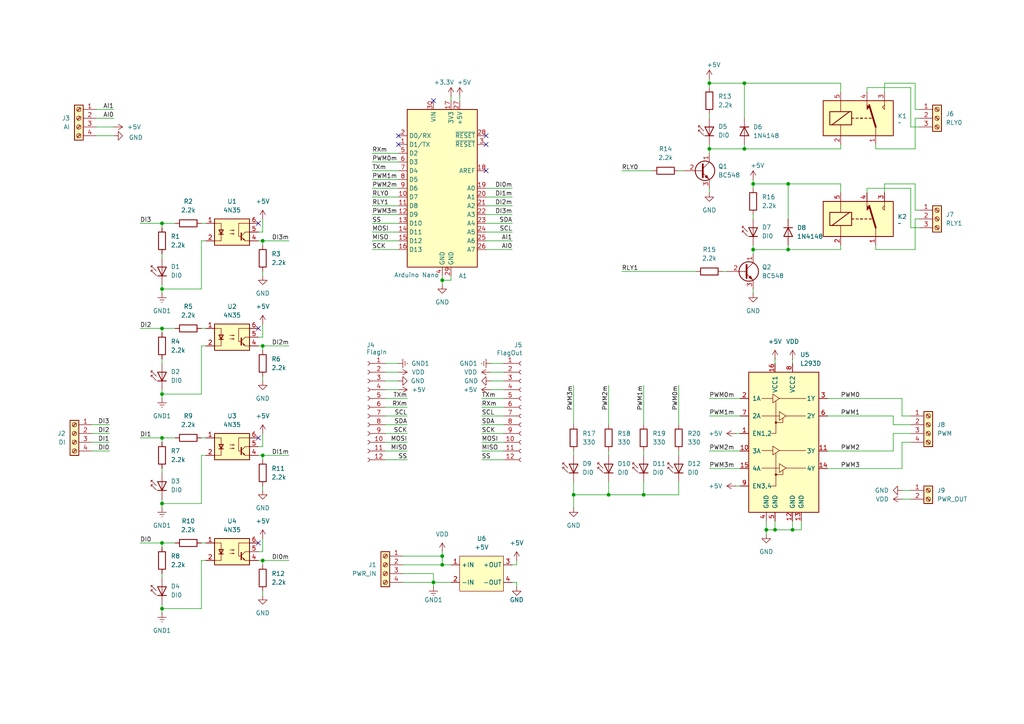
<source format=kicad_sch>
(kicad_sch (version 20231120) (generator "eeschema") (generator_version "8.0")
  (paper "A4")
  (junction (at 218.44 53.34))
  (junction (at 46.99 64.77))
  (junction (at 46.99 95.25))
  (junction (at 215.9 43.18))
  (junction (at 176.53 143.51))
  (junction (at 128.27 161.29))
  (junction (at 46.99 176.53))
  (junction (at 76.2 100.33))
  (junction (at 128.27 81.28))
  (junction (at 46.99 157.48))
  (junction (at 218.44 72.39))
  (junction (at 228.6 53.34))
  (junction (at 215.9 24.13))
  (junction (at 46.99 127))
  (junction (at 76.2 132.08))
  (junction (at 46.99 146.05))
  (junction (at 76.2 69.85))
  (junction (at 76.2 162.56))
  (junction (at 46.99 83.82))
  (junction (at 205.74 24.13))
  (junction (at 128.27 163.83))
  (junction (at 229.87 153.67))
  (junction (at 125.73 168.91))
  (junction (at 166.37 143.51))
  (junction (at 205.74 43.18))
  (junction (at 224.79 153.67))
  (junction (at 186.69 143.51))
  (junction (at 222.25 153.67))
  (junction (at 228.6 72.39))
  (junction (at 46.99 114.3))
  (no_connect (at 74.93 127))
  (no_connect (at 115.57 41.91))
  (no_connect (at 115.57 39.37))
  (no_connect (at 140.97 41.91))
  (no_connect (at 74.93 95.25))
  (no_connect (at 74.93 157.48))
  (no_connect (at 140.97 39.37))
  (no_connect (at 140.97 49.53))
  (no_connect (at 125.73 29.21))
  (no_connect (at 74.93 64.77))
  (wire (pts (xy 46.99 95.25) (xy 46.99 96.52)))
  (wire (pts (xy 33.02 39.37) (xy 27.94 39.37)))
  (wire (pts (xy 205.74 41.91) (xy 205.74 43.18)))
  (wire (pts (xy 224.79 104.14) (xy 224.79 105.41)))
  (wire (pts (xy 58.42 69.85) (xy 58.42 83.82)))
  (wire (pts (xy 196.85 139.7) (xy 196.85 143.51)))
  (wire (pts (xy 224.79 151.13) (xy 224.79 153.67)))
  (wire (pts (xy 111.76 125.73) (xy 118.11 125.73)))
  (wire (pts (xy 111.76 105.41) (xy 115.57 105.41)))
  (wire (pts (xy 74.93 100.33) (xy 76.2 100.33)))
  (wire (pts (xy 50.8 64.77) (xy 46.99 64.77)))
  (wire (pts (xy 128.27 163.83) (xy 130.81 163.83)))
  (wire (pts (xy 213.36 140.97) (xy 214.63 140.97)))
  (wire (pts (xy 228.6 71.12) (xy 228.6 72.39)))
  (wire (pts (xy 205.74 43.18) (xy 205.74 44.45)))
  (wire (pts (xy 74.93 69.85) (xy 76.2 69.85)))
  (wire (pts (xy 46.99 64.77) (xy 46.99 66.04)))
  (wire (pts (xy 261.62 128.27) (xy 264.16 128.27)))
  (wire (pts (xy 256.54 53.34) (xy 256.54 55.88)))
  (wire (pts (xy 58.42 127) (xy 59.69 127)))
  (wire (pts (xy 59.69 100.33) (xy 58.42 100.33)))
  (wire (pts (xy 228.6 53.34) (xy 243.84 53.34)))
  (wire (pts (xy 209.55 78.74) (xy 210.82 78.74)))
  (wire (pts (xy 149.86 162.56) (xy 149.86 163.83)))
  (wire (pts (xy 76.2 132.08) (xy 83.82 132.08)))
  (wire (pts (xy 213.36 125.73) (xy 214.63 125.73)))
  (wire (pts (xy 50.8 127) (xy 46.99 127)))
  (wire (pts (xy 222.25 153.67) (xy 222.25 151.13)))
  (wire (pts (xy 229.87 104.14) (xy 229.87 105.41)))
  (wire (pts (xy 218.44 72.39) (xy 218.44 73.66)))
  (wire (pts (xy 46.99 127) (xy 46.99 128.27)))
  (wire (pts (xy 261.62 144.78) (xy 264.16 144.78)))
  (wire (pts (xy 215.9 24.13) (xy 243.84 24.13)))
  (wire (pts (xy 74.93 129.54) (xy 76.2 129.54)))
  (wire (pts (xy 146.05 120.65) (xy 139.7 120.65)))
  (wire (pts (xy 107.95 49.53) (xy 115.57 49.53)))
  (wire (pts (xy 140.97 57.15) (xy 148.59 57.15)))
  (wire (pts (xy 27.94 34.29) (xy 33.02 34.29)))
  (wire (pts (xy 74.93 162.56) (xy 76.2 162.56)))
  (wire (pts (xy 218.44 53.34) (xy 218.44 54.61)))
  (wire (pts (xy 111.76 115.57) (xy 118.11 115.57)))
  (wire (pts (xy 196.85 130.81) (xy 196.85 132.08)))
  (wire (pts (xy 140.97 72.39) (xy 148.59 72.39)))
  (wire (pts (xy 265.43 31.75) (xy 265.43 24.13)))
  (wire (pts (xy 58.42 146.05) (xy 46.99 146.05)))
  (wire (pts (xy 259.08 125.73) (xy 259.08 130.81)))
  (wire (pts (xy 146.05 133.35) (xy 139.7 133.35)))
  (wire (pts (xy 125.73 166.37) (xy 125.73 168.91)))
  (wire (pts (xy 205.74 33.02) (xy 205.74 34.29)))
  (wire (pts (xy 266.7 34.29) (xy 265.43 34.29)))
  (wire (pts (xy 50.8 95.25) (xy 46.99 95.25)))
  (wire (pts (xy 146.05 110.49) (xy 142.24 110.49)))
  (wire (pts (xy 111.76 107.95) (xy 115.57 107.95)))
  (wire (pts (xy 40.64 127) (xy 46.99 127)))
  (wire (pts (xy 140.97 69.85) (xy 148.59 69.85)))
  (wire (pts (xy 243.84 26.67) (xy 243.84 24.13)))
  (wire (pts (xy 111.76 133.35) (xy 118.11 133.35)))
  (wire (pts (xy 259.08 120.65) (xy 259.08 123.19)))
  (wire (pts (xy 125.73 168.91) (xy 125.73 170.18)))
  (wire (pts (xy 116.84 161.29) (xy 128.27 161.29)))
  (wire (pts (xy 176.53 130.81) (xy 176.53 132.08)))
  (wire (pts (xy 46.99 176.53) (xy 46.99 177.8)))
  (wire (pts (xy 224.79 153.67) (xy 229.87 153.67)))
  (wire (pts (xy 251.46 54.61) (xy 264.16 54.61)))
  (wire (pts (xy 58.42 157.48) (xy 59.69 157.48)))
  (wire (pts (xy 251.46 54.61) (xy 251.46 55.88)))
  (wire (pts (xy 146.05 118.11) (xy 139.7 118.11)))
  (wire (pts (xy 26.67 123.19) (xy 31.75 123.19)))
  (wire (pts (xy 76.2 100.33) (xy 83.82 100.33)))
  (wire (pts (xy 215.9 34.29) (xy 215.9 24.13)))
  (wire (pts (xy 76.2 171.45) (xy 76.2 172.72)))
  (wire (pts (xy 146.05 115.57) (xy 139.7 115.57)))
  (wire (pts (xy 256.54 24.13) (xy 256.54 26.67)))
  (wire (pts (xy 266.7 66.04) (xy 264.16 66.04)))
  (wire (pts (xy 107.95 54.61) (xy 115.57 54.61)))
  (wire (pts (xy 107.95 67.31) (xy 115.57 67.31)))
  (wire (pts (xy 228.6 53.34) (xy 218.44 53.34)))
  (wire (pts (xy 229.87 153.67) (xy 232.41 153.67)))
  (wire (pts (xy 146.05 113.03) (xy 142.24 113.03)))
  (wire (pts (xy 128.27 160.02) (xy 128.27 161.29)))
  (wire (pts (xy 222.25 153.67) (xy 224.79 153.67)))
  (wire (pts (xy 74.93 160.02) (xy 76.2 160.02)))
  (wire (pts (xy 166.37 111.76) (xy 166.37 123.19)))
  (wire (pts (xy 107.95 52.07) (xy 115.57 52.07)))
  (wire (pts (xy 243.84 41.91) (xy 243.84 43.18)))
  (wire (pts (xy 58.42 83.82) (xy 46.99 83.82)))
  (wire (pts (xy 58.42 95.25) (xy 59.69 95.25)))
  (wire (pts (xy 259.08 123.19) (xy 264.16 123.19)))
  (wire (pts (xy 46.99 114.3) (xy 46.99 115.57)))
  (wire (pts (xy 33.02 36.83) (xy 27.94 36.83)))
  (wire (pts (xy 229.87 151.13) (xy 229.87 153.67)))
  (wire (pts (xy 133.35 27.94) (xy 133.35 29.21)))
  (wire (pts (xy 140.97 59.69) (xy 148.59 59.69)))
  (wire (pts (xy 149.86 168.91) (xy 149.86 170.18)))
  (wire (pts (xy 240.03 120.65) (xy 259.08 120.65)))
  (wire (pts (xy 196.85 111.76) (xy 196.85 123.19)))
  (wire (pts (xy 218.44 52.07) (xy 218.44 53.34)))
  (wire (pts (xy 40.64 157.48) (xy 46.99 157.48)))
  (wire (pts (xy 205.74 130.81) (xy 214.63 130.81)))
  (wire (pts (xy 76.2 132.08) (xy 76.2 133.35)))
  (wire (pts (xy 180.34 49.53) (xy 189.23 49.53)))
  (wire (pts (xy 76.2 78.74) (xy 76.2 80.01)))
  (wire (pts (xy 116.84 163.83) (xy 128.27 163.83)))
  (wire (pts (xy 59.69 132.08) (xy 58.42 132.08)))
  (wire (pts (xy 265.43 72.39) (xy 254 72.39)))
  (wire (pts (xy 125.73 168.91) (xy 130.81 168.91)))
  (wire (pts (xy 46.99 166.37) (xy 46.99 167.64)))
  (wire (pts (xy 76.2 162.56) (xy 76.2 163.83)))
  (wire (pts (xy 111.76 123.19) (xy 118.11 123.19)))
  (wire (pts (xy 266.7 36.83) (xy 264.16 36.83)))
  (wire (pts (xy 205.74 120.65) (xy 214.63 120.65)))
  (wire (pts (xy 58.42 114.3) (xy 46.99 114.3)))
  (wire (pts (xy 74.93 97.79) (xy 76.2 97.79)))
  (wire (pts (xy 59.69 162.56) (xy 58.42 162.56)))
  (wire (pts (xy 146.05 130.81) (xy 139.7 130.81)))
  (wire (pts (xy 46.99 175.26) (xy 46.99 176.53)))
  (wire (pts (xy 111.76 110.49) (xy 115.57 110.49)))
  (wire (pts (xy 240.03 115.57) (xy 261.62 115.57)))
  (wire (pts (xy 215.9 24.13) (xy 205.74 24.13)))
  (wire (pts (xy 146.05 105.41) (xy 142.24 105.41)))
  (wire (pts (xy 58.42 132.08) (xy 58.42 146.05)))
  (wire (pts (xy 243.84 72.39) (xy 228.6 72.39)))
  (wire (pts (xy 107.95 59.69) (xy 115.57 59.69)))
  (wire (pts (xy 196.85 49.53) (xy 198.12 49.53)))
  (wire (pts (xy 46.99 176.53) (xy 58.42 176.53)))
  (wire (pts (xy 218.44 83.82) (xy 218.44 85.09)))
  (wire (pts (xy 46.99 146.05) (xy 46.99 147.32)))
  (wire (pts (xy 128.27 80.01) (xy 128.27 81.28)))
  (wire (pts (xy 107.95 44.45) (xy 115.57 44.45)))
  (wire (pts (xy 76.2 109.22) (xy 76.2 110.49)))
  (wire (pts (xy 46.99 135.89) (xy 46.99 137.16)))
  (wire (pts (xy 166.37 143.51) (xy 176.53 143.51)))
  (wire (pts (xy 46.99 144.78) (xy 46.99 146.05)))
  (wire (pts (xy 58.42 64.77) (xy 59.69 64.77)))
  (wire (pts (xy 26.67 128.27) (xy 31.75 128.27)))
  (wire (pts (xy 116.84 168.91) (xy 125.73 168.91)))
  (wire (pts (xy 218.44 72.39) (xy 228.6 72.39)))
  (wire (pts (xy 46.99 157.48) (xy 46.99 158.75)))
  (wire (pts (xy 46.99 83.82) (xy 46.99 85.09)))
  (wire (pts (xy 76.2 69.85) (xy 83.82 69.85)))
  (wire (pts (xy 265.43 43.18) (xy 254 43.18)))
  (wire (pts (xy 264.16 54.61) (xy 264.16 66.04)))
  (wire (pts (xy 26.67 130.81) (xy 31.75 130.81)))
  (wire (pts (xy 186.69 130.81) (xy 186.69 132.08)))
  (wire (pts (xy 186.69 143.51) (xy 196.85 143.51)))
  (wire (pts (xy 205.74 24.13) (xy 205.74 25.4)))
  (wire (pts (xy 261.62 135.89) (xy 261.62 128.27)))
  (wire (pts (xy 265.43 63.5) (xy 265.43 72.39)))
  (wire (pts (xy 166.37 130.81) (xy 166.37 132.08)))
  (wire (pts (xy 205.74 54.61) (xy 205.74 55.88)))
  (wire (pts (xy 166.37 143.51) (xy 166.37 147.32)))
  (wire (pts (xy 266.7 31.75) (xy 265.43 31.75)))
  (wire (pts (xy 254 71.12) (xy 254 72.39)))
  (wire (pts (xy 111.76 120.65) (xy 118.11 120.65)))
  (wire (pts (xy 176.53 111.76) (xy 176.53 123.19)))
  (wire (pts (xy 111.76 118.11) (xy 118.11 118.11)))
  (wire (pts (xy 107.95 72.39) (xy 115.57 72.39)))
  (wire (pts (xy 76.2 63.5) (xy 76.2 67.31)))
  (wire (pts (xy 59.69 69.85) (xy 58.42 69.85)))
  (wire (pts (xy 215.9 41.91) (xy 215.9 43.18)))
  (wire (pts (xy 243.84 71.12) (xy 243.84 72.39)))
  (wire (pts (xy 111.76 113.03) (xy 115.57 113.03)))
  (wire (pts (xy 46.99 113.03) (xy 46.99 114.3)))
  (wire (pts (xy 50.8 157.48) (xy 46.99 157.48)))
  (wire (pts (xy 240.03 130.81) (xy 259.08 130.81)))
  (wire (pts (xy 128.27 161.29) (xy 128.27 163.83)))
  (wire (pts (xy 130.81 27.94) (xy 130.81 29.21)))
  (wire (pts (xy 128.27 81.28) (xy 128.27 82.55)))
  (wire (pts (xy 180.34 78.74) (xy 201.93 78.74)))
  (wire (pts (xy 58.42 100.33) (xy 58.42 114.3)))
  (wire (pts (xy 74.93 132.08) (xy 76.2 132.08)))
  (wire (pts (xy 107.95 64.77) (xy 115.57 64.77)))
  (wire (pts (xy 46.99 82.55) (xy 46.99 83.82)))
  (wire (pts (xy 265.43 60.96) (xy 265.43 53.34)))
  (wire (pts (xy 148.59 168.91) (xy 149.86 168.91)))
  (wire (pts (xy 146.05 107.95) (xy 142.24 107.95)))
  (wire (pts (xy 146.05 128.27) (xy 139.7 128.27)))
  (wire (pts (xy 166.37 139.7) (xy 166.37 143.51)))
  (wire (pts (xy 140.97 54.61) (xy 148.59 54.61)))
  (wire (pts (xy 76.2 162.56) (xy 83.82 162.56)))
  (wire (pts (xy 266.7 63.5) (xy 265.43 63.5)))
  (wire (pts (xy 40.64 95.25) (xy 46.99 95.25)))
  (wire (pts (xy 58.42 162.56) (xy 58.42 176.53)))
  (wire (pts (xy 74.93 67.31) (xy 76.2 67.31)))
  (wire (pts (xy 186.69 139.7) (xy 186.69 143.51)))
  (wire (pts (xy 205.74 135.89) (xy 214.63 135.89)))
  (wire (pts (xy 228.6 63.5) (xy 228.6 53.34)))
  (wire (pts (xy 256.54 53.34) (xy 265.43 53.34)))
  (wire (pts (xy 146.05 125.73) (xy 139.7 125.73)))
  (wire (pts (xy 140.97 62.23) (xy 148.59 62.23)))
  (wire (pts (xy 218.44 71.12) (xy 218.44 72.39)))
  (wire (pts (xy 264.16 125.73) (xy 259.08 125.73)))
  (wire (pts (xy 256.54 24.13) (xy 265.43 24.13)))
  (wire (pts (xy 186.69 111.76) (xy 186.69 123.19)))
  (wire (pts (xy 76.2 100.33) (xy 76.2 101.6)))
  (wire (pts (xy 76.2 140.97) (xy 76.2 142.24)))
  (wire (pts (xy 128.27 81.28) (xy 130.81 81.28)))
  (wire (pts (xy 205.74 115.57) (xy 214.63 115.57)))
  (wire (pts (xy 46.99 104.14) (xy 46.99 105.41)))
  (wire (pts (xy 130.81 80.01) (xy 130.81 81.28)))
  (wire (pts (xy 265.43 34.29) (xy 265.43 43.18)))
  (wire (pts (xy 240.03 135.89) (xy 261.62 135.89)))
  (wire (pts (xy 261.62 120.65) (xy 261.62 115.57)))
  (wire (pts (xy 107.95 46.99) (xy 115.57 46.99)))
  (wire (pts (xy 264.16 120.65) (xy 261.62 120.65)))
  (wire (pts (xy 266.7 60.96) (xy 265.43 60.96)))
  (wire (pts (xy 176.53 143.51) (xy 186.69 143.51)))
  (wire (pts (xy 76.2 156.21) (xy 76.2 160.02)))
  (wire (pts (xy 232.41 151.13) (xy 232.41 153.67)))
  (wire (pts (xy 111.76 130.81) (xy 118.11 130.81)))
  (wire (pts (xy 140.97 64.77) (xy 148.59 64.77)))
  (wire (pts (xy 146.05 123.19) (xy 139.7 123.19)))
  (wire (pts (xy 76.2 97.79) (xy 76.2 93.98)))
  (wire (pts (xy 261.62 142.24) (xy 264.16 142.24)))
  (wire (pts (xy 26.67 125.73) (xy 31.75 125.73)))
  (wire (pts (xy 205.74 43.18) (xy 215.9 43.18)))
  (wire (pts (xy 243.84 55.88) (xy 243.84 53.34)))
  (wire (pts (xy 215.9 43.18) (xy 243.84 43.18)))
  (wire (pts (xy 107.95 69.85) (xy 115.57 69.85)))
  (wire (pts (xy 107.95 62.23) (xy 115.57 62.23)))
  (wire (pts (xy 107.95 57.15) (xy 115.57 57.15)))
  (wire (pts (xy 218.44 62.23) (xy 218.44 63.5)))
  (wire (pts (xy 116.84 166.37) (xy 125.73 166.37)))
  (wire (pts (xy 76.2 69.85) (xy 76.2 71.12)))
  (wire (pts (xy 264.16 25.4) (xy 264.16 36.83)))
  (wire (pts (xy 46.99 73.66) (xy 46.99 74.93)))
  (wire (pts (xy 111.76 128.27) (xy 118.11 128.27)))
  (wire (pts (xy 27.94 31.75) (xy 33.02 31.75)))
  (wire (pts (xy 205.74 22.86) (xy 205.74 24.13)))
  (wire (pts (xy 251.46 25.4) (xy 251.46 26.67)))
  (wire (pts (xy 76.2 125.73) (xy 76.2 129.54)))
  (wire (pts (xy 222.25 154.94) (xy 222.25 153.67)))
  (wire (pts (xy 176.53 139.7) (xy 176.53 143.51)))
  (wire (pts (xy 254 41.91) (xy 254 43.18)))
  (wire (pts (xy 40.64 64.77) (xy 46.99 64.77)))
  (wire (pts (xy 140.97 67.31) (xy 148.59 67.31)))
  (wire (pts (xy 148.59 163.83) (xy 149.86 163.83)))
  (wire (pts (xy 251.46 25.4) (xy 264.16 25.4)))
  (label "PWM2m" (at 205.74 130.81 0))
  (label "MOSI" (at 107.95 67.31 0))
  (label "RXm" (at 139.7 118.11 0))
  (label "RXm" (at 118.11 118.11 180))
  (label "PWM3m" (at 107.95 62.23 0))
  (label "SDA" (at 148.59 64.77 180))
  (label "PWM0m" (at 107.95 46.99 0))
  (label "PWM1" (at 243.84 120.65 0))
  (label "PWM2m" (at 107.95 54.61 0))
  (label "SCL" (at 139.7 120.65 0))
  (label "AI0" (at 33.02 34.29 180))
  (label "AI1" (at 33.02 31.75 180))
  (label "SS" (at 107.95 64.77 0))
  (label "PWM2m" (at 176.53 111.76 270))
  (label "SCL" (at 118.11 120.65 180))
  (label "SCK" (at 139.7 125.73 0))
  (label "PWM0m" (at 205.74 115.57 0))
  (label "DI3" (at 40.64 64.77 0))
  (label "DI3m" (at 148.59 62.23 180))
  (label "PWM3m" (at 205.74 135.89 0))
  (label "PWM3m" (at 166.37 111.76 270))
  (label "DI3" (at 31.75 123.19 180))
  (label "TXm" (at 139.7 115.57 0))
  (label "PWM2" (at 243.84 130.81 0))
  (label "PWM0m" (at 196.85 111.76 270))
  (label "TXm" (at 118.11 115.57 180))
  (label "SCL" (at 148.59 67.31 180))
  (label "MOSI" (at 118.11 128.27 180))
  (label "MISO" (at 118.11 130.81 180))
  (label "DI1" (at 31.75 128.27 180))
  (label "DI0m" (at 148.59 54.61 180))
  (label "RLY1" (at 107.95 59.69 0))
  (label "SDA" (at 118.11 123.19 180))
  (label "SCK" (at 118.11 125.73 180))
  (label "TXm" (at 107.95 49.53 0))
  (label "DI0" (at 40.64 157.48 0))
  (label "PWM1m" (at 186.69 111.76 270))
  (label "RLY0" (at 180.34 49.53 0))
  (label "SS" (at 118.11 133.35 180))
  (label "PWM0" (at 243.84 115.57 0))
  (label "DI2" (at 31.75 125.73 180))
  (label "PWM1m" (at 205.74 120.65 0))
  (label "DI2m" (at 83.82 100.33 180))
  (label "MISO" (at 139.7 130.81 0))
  (label "DI1" (at 40.64 127 0))
  (label "DI2m" (at 148.59 59.69 180))
  (label "RLY1" (at 180.34 78.74 0))
  (label "RXm" (at 107.95 44.45 0))
  (label "DI0" (at 31.75 130.81 180))
  (label "DI2" (at 40.64 95.25 0))
  (label "RLY0" (at 107.95 57.15 0))
  (label "MOSI" (at 139.7 128.27 0))
  (label "PWM3" (at 243.84 135.89 0))
  (label "AI1" (at 148.59 69.85 180))
  (label "SS" (at 139.7 133.35 0))
  (label "DI3m" (at 83.82 69.85 180))
  (label "DI0m" (at 83.82 162.56 180))
  (label "DI1m" (at 83.82 132.08 180))
  (label "SCK" (at 107.95 72.39 0))
  (label "PWM1m" (at 107.95 52.07 0))
  (label "AI0" (at 148.59 72.39 180))
  (label "DI1m" (at 148.59 57.15 180))
  (label "MISO" (at 107.95 69.85 0))
  (label "SDA" (at 139.7 123.19 0))
  (symbol (lib_id "power:+5V") (at 133.35 27.94 0) (unit 1)
    (property "Reference" "#PWR019" (effects (hide yes)))
    (property "Value" "+5V" (at 134.62 23.876 0))
    (property "Description" "Power symbol creates a global label with name \"+5V\"" (effects (hide yes)))
  )
  (symbol (lib_id "power:Earth") (at 46.99 177.8 0) (unit 1)
    (property "Reference" "#PWR012" (effects (hide yes)))
    (property "Value" "GND1" (at 46.99 182.88 0))
    (property "Description" "Power symbol creates a global label with name \"Earth\"" (effects (hide yes)))
  )
  (symbol (lib_id "power:+5V") (at 213.36 125.73 90) (unit 1)
    (property "Reference" "#PWR034" (effects (hide yes)))
    (property "Value" "+5V" (at 209.55 125.7299 90) (effects (justify left)))
    (property "Description" "Power symbol creates a global label with name \"+5V\"" (effects (hide yes)))
  )
  (symbol (lib_id "LED:IR204A") (at 205.74 36.83 90) (unit 1)
    (property "Reference" "D5" (at 208.28 36.7029 90) (effects (justify right)))
    (property "Value" "DI0" (at 208.28 39.2429 90) (effects (justify right)))
    (property "Footprint" "LED_THT:LED_D3.0mm_IRBlack" (effects (hide yes)))
    (property "Datasheet" "http://www.everlight.com/file/ProductFile/IR204-A.pdf" (effects (hide yes)))
    (property "Description" "Infrared LED , 3mm LED package" (effects (hide yes)))
  )
  (symbol (lib_id "power:GND") (at 218.44 85.09 0) (unit 1)
    (property "Reference" "#PWR033" (effects (hide yes)))
    (property "Value" "GND" (at 218.44 90.17 0))
    (property "Description" "Power symbol creates a global label with name \"GND\" , ground" (effects (hide yes)))
  )
  (symbol (lib_id "Transistor_BJT:BC548") (at 215.9 78.74 0) (unit 1)
    (property "Reference" "Q2" (at 220.98 77.4699 0) (effects (justify left)))
    (property "Value" "BC548" (at 220.98 80.0099 0) (effects (justify left)))
    (property "Footprint" "Package_TO_SOT_THT:TO-92L_Inline_Wide" (effects (hide yes)))
    (property "Datasheet" "https://www.onsemi.com/pub/Collateral/BC550-D.pdf" (effects (hide yes)))
    (property "Description" "0.1A Ic, 30V Vce, Small Signal NPN Transistor, TO-92" (effects (hide yes)))
  )
  (symbol (lib_id "Isolator:4N35") (at 67.31 129.54 0) (unit 1)
    (property "Reference" "U3" (at 67.31 120.65 0))
    (property "Value" "4N35" (at 67.31 123.19 0))
    (property "Footprint" "Package_DIP:DIP-6_W7.62mm_LongPads" (effects (hide yes)))
    (property "Datasheet" "https://www.vishay.com/docs/81181/4n35.pdf" (effects (hide yes)))
    (property "Description" "Optocoupler, Phototransistor Output, with Base Connection, Vce 70V, CTR 100%, Viso 5000V, DIP6" (effects (hide yes)))
  )
  (symbol (lib_id "Device:R") (at 196.85 127 180) (unit 1)
    (property "Reference" "R20" (at 199.39 125.7299 0) (effects (justify right)))
    (property "Value" "330" (at 199.39 128.2699 0) (effects (justify right)))
    (property "Footprint" "Resistor_THT:R_Axial_DIN0207_L6.3mm_D2.5mm_P7.62mm_Horizontal" (effects (hide yes)))
    (property "Description" "Resistor" (effects (hide yes)))
  )
  (symbol (lib_id "power:VDD") (at 115.57 107.95 270) (unit 1)
    (property "Reference" "#PWR021" (effects (hide yes)))
    (property "Value" "VDD" (at 119.38 107.9499 90) (effects (justify left)))
    (property "Description" "Power symbol creates a global label with name \"VDD\"" (effects (hide yes)))
  )
  (symbol (lib_id "LED:IR204A") (at 46.99 107.95 90) (unit 1)
    (property "Reference" "D2" (at 49.53 107.8229 90) (effects (justify right)))
    (property "Value" "DI0" (at 49.53 110.3629 90) (effects (justify right)))
    (property "Footprint" "LED_THT:LED_D3.0mm_IRBlack" (effects (hide yes)))
    (property "Datasheet" "http://www.everlight.com/file/ProductFile/IR204-A.pdf" (effects (hide yes)))
    (property "Description" "Infrared LED , 3mm LED package" (effects (hide yes)))
  )
  (symbol (lib_id "Isolator:4N35") (at 67.31 160.02 0) (unit 1)
    (property "Reference" "U4" (at 67.31 151.13 0))
    (property "Value" "4N35" (at 67.31 153.67 0))
    (property "Footprint" "Package_DIP:DIP-6_W7.62mm_LongPads" (effects (hide yes)))
    (property "Datasheet" "https://www.vishay.com/docs/81181/4n35.pdf" (effects (hide yes)))
    (property "Description" "Optocoupler, Phototransistor Output, with Base Connection, Vce 70V, CTR 100%, Viso 5000V, DIP6" (effects (hide yes)))
  )
  (symbol (lib_id "Device:R") (at 54.61 95.25 90) (unit 1)
    (property "Reference" "R5" (at 54.61 88.9 90))
    (property "Value" "2.2k" (at 54.61 91.44 90))
    (property "Footprint" "Resistor_THT:R_Axial_DIN0207_L6.3mm_D2.5mm_P7.62mm_Horizontal" (effects (hide yes)))
    (property "Description" "Resistor" (effects (hide yes)))
  )
  (symbol (lib_id "power:VDD") (at 229.87 104.14 0) (unit 1)
    (property "Reference" "#PWR037" (effects (hide yes)))
    (property "Value" "VDD" (at 229.87 99.06 0))
    (property "Description" "Power symbol creates a global label with name \"VDD\"" (effects (hide yes)))
  )
  (symbol (lib_id "power:+3.3V") (at 130.81 27.94 0) (unit 1)
    (property "Reference" "#PWR020" (effects (hide yes)))
    (property "Value" "+3.3V" (at 128.778 23.876 0))
    (property "Description" "Power symbol creates a global label with name \"+3.3V\"" (effects (hide yes)))
  )
  (symbol (lib_id "Device:R") (at 46.99 132.08 0) (unit 1)
    (property "Reference" "R7" (at 49.53 130.8099 0) (effects (justify left)))
    (property "Value" "2.2k" (at 49.53 133.3499 0) (effects (justify left)))
    (property "Footprint" "Resistor_THT:R_Axial_DIN0207_L6.3mm_D2.5mm_P7.62mm_Horizontal" (effects (hide yes)))
    (property "Description" "Resistor" (effects (hide yes)))
  )
  (symbol (lib_id "Codigo_lib:Relay") (at 248.92 63.5 0) (unit 1)
    (property "Reference" "K2" (at 260.35 62.8649 0) (effects (justify left)))
    (property "Value" "~" (at 260.35 64.77 0) (effects (justify left)))
    (property "Footprint" "Codigo_lib:Relay" (effects (hide yes)))
  )
  (symbol (lib_id "Connector:Screw_Terminal_01x02") (at 269.24 142.24 0) (unit 1)
    (property "Reference" "J9" (at 271.78 142.2399 0) (effects (justify left)))
    (property "Value" "PWR_OUT" (at 271.78 144.7799 0) (effects (justify left)))
    (property "Footprint" "TerminalBlock:TerminalBlock_Altech_AK300-2_P5.00mm" (effects (hide yes)))
    (property "Description" "Generic screw terminal, single row, 01x02, script generated (kicad-library-utils/schlib/autogen/connector/)" (effects (hide yes)))
  )
  (symbol (lib_id "Device:R") (at 46.99 162.56 0) (unit 1)
    (property "Reference" "R8" (at 49.53 161.2899 0) (effects (justify left)))
    (property "Value" "2.2k" (at 49.53 163.8299 0) (effects (justify left)))
    (property "Footprint" "Resistor_THT:R_Axial_DIN0207_L6.3mm_D2.5mm_P7.62mm_Horizontal" (effects (hide yes)))
    (property "Description" "Resistor" (effects (hide yes)))
  )
  (symbol (lib_id "power:Earth") (at 115.57 105.41 90) (unit 1)
    (property "Reference" "#PWR023" (effects (hide yes)))
    (property "Value" "GND1" (at 121.92 105.41 90))
    (property "Description" "Power symbol creates a global label with name \"Earth\"" (effects (hide yes)))
  )
  (symbol (lib_id "power:VDD") (at 128.27 160.02 0) (unit 1)
    (property "Reference" "#PWR022" (effects (hide yes)))
    (property "Value" "VDD" (at 128.27 154.94 0))
    (property "Description" "Power symbol creates a global label with name \"VDD\"" (effects (hide yes)))
  )
  (symbol (lib_id "power:GND") (at 76.2 142.24 0) (unit 1)
    (property "Reference" "#PWR06" (effects (hide yes)))
    (property "Value" "GND" (at 76.2 147.32 0))
    (property "Description" "Power symbol creates a global label with name \"GND\" , ground" (effects (hide yes)))
  )
  (symbol (lib_id "power:+5V") (at 213.36 140.97 90) (unit 1)
    (property "Reference" "#PWR035" (effects (hide yes)))
    (property "Value" "+5V" (at 209.55 140.9699 90) (effects (justify left)))
    (property "Description" "Power symbol creates a global label with name \"+5V\"" (effects (hide yes)))
  )
  (symbol (lib_id "Codigo_lib:Mini_560_Pro") (at 139.7 166.37 0) (unit 1)
    (property "Reference" "U6" (at 139.7 156.21 0))
    (property "Value" "+5V" (at 139.7 158.75 0))
    (property "Footprint" "Codigo_lib:Mini 560 Pro" (effects (hide yes)))
  )
  (symbol (lib_id "power:+5V") (at 142.24 113.03 90) (mirror x) (unit 1)
    (property "Reference" "#PWR029" (effects (hide yes)))
    (property "Value" "+5V" (at 138.43 113.0299 90) (effects (justify left)))
    (property "Description" "Power symbol creates a global label with name \"+5V\"" (effects (hide yes)))
  )
  (symbol (lib_id "Driver_Motor:L293D") (at 227.33 130.81 0) (unit 1)
    (property "Reference" "U5" (at 232.0641 102.87 0) (effects (justify left)))
    (property "Value" "L293D" (at 232.0641 105.41 0) (effects (justify left)))
    (property "Footprint" "Package_DIP:DIP-16_W7.62mm_LongPads" (effects (hide yes)))
    (property "Datasheet" "http://www.ti.com/lit/ds/symlink/l293.pdf" (effects (hide yes)))
    (property "Description" "Quadruple Half-H Drivers" (effects (hide yes)))
  )
  (symbol (lib_id "Connector:Screw_Terminal_01x04") (at 22.86 34.29 0) (mirror y) (unit 1)
    (property "Reference" "J3" (at 20.32 34.2899 0) (effects (justify left)))
    (property "Value" "AI" (at 20.32 36.8299 0) (effects (justify left)))
    (property "Footprint" "TerminalBlock:TerminalBlock_Altech_AK300-4_P5.00mm" (effects (hide yes)))
    (property "Description" "Generic screw terminal, single row, 01x04, script generated (kicad-library-utils/schlib/autogen/connector/)" (effects (hide yes)))
  )
  (symbol (lib_id "power:+5V") (at 205.74 22.86 0) (unit 1)
    (property "Reference" "#PWR030" (effects (hide yes)))
    (property "Value" "+5V" (at 207.01 18.796 0))
    (property "Description" "Power symbol creates a global label with name \"+5V\"" (effects (hide yes)))
  )
  (symbol (lib_id "Codigo_lib:Relay") (at 248.92 34.29 0) (unit 1)
    (property "Reference" "K1" (at 260.35 33.6549 0) (effects (justify left)))
    (property "Value" "~" (at 260.35 35.56 0) (effects (justify left)))
    (property "Footprint" "Codigo_lib:Relay" (effects (hide yes)))
  )
  (symbol (lib_id "Device:R") (at 54.61 127 90) (unit 1)
    (property "Reference" "R9" (at 54.61 120.65 90))
    (property "Value" "2.2k" (at 54.61 123.19 90))
    (property "Footprint" "Resistor_THT:R_Axial_DIN0207_L6.3mm_D2.5mm_P7.62mm_Horizontal" (effects (hide yes)))
    (property "Description" "Resistor" (effects (hide yes)))
  )
  (symbol (lib_id "power:GND") (at 128.27 82.55 0) (unit 1)
    (property "Reference" "#PWR018" (effects (hide yes)))
    (property "Value" "GND" (at 128.27 87.63 0))
    (property "Description" "Power symbol creates a global label with name \"GND\" , ground" (effects (hide yes)))
  )
  (symbol (lib_id "power:+5V") (at 33.02 36.83 270) (unit 1)
    (property "Reference" "#PWR016" (effects (hide yes)))
    (property "Value" "+5V" (at 36.83 36.8299 90) (effects (justify left)))
    (property "Description" "Power symbol creates a global label with name \"+5V\"" (effects (hide yes)))
  )
  (symbol (lib_id "power:GND") (at 222.25 154.94 0) (unit 1)
    (property "Reference" "#PWR036" (effects (hide yes)))
    (property "Value" "GND" (at 222.25 160.02 0))
    (property "Description" "Power symbol creates a global label with name \"GND\" , ground" (effects (hide yes)))
  )
  (symbol (lib_id "Device:R") (at 54.61 157.48 90) (unit 1)
    (property "Reference" "R10" (at 54.61 151.13 90))
    (property "Value" "2.2k" (at 54.61 153.67 90))
    (property "Footprint" "Resistor_THT:R_Axial_DIN0207_L6.3mm_D2.5mm_P7.62mm_Horizontal" (effects (hide yes)))
    (property "Description" "Resistor" (effects (hide yes)))
  )
  (symbol (lib_id "Device:R") (at 46.99 69.85 0) (unit 1)
    (property "Reference" "R1" (at 49.53 68.5799 0) (effects (justify left)))
    (property "Value" "2.2k" (at 49.53 71.1199 0) (effects (justify left)))
    (property "Footprint" "Resistor_THT:R_Axial_DIN0207_L6.3mm_D2.5mm_P7.62mm_Horizontal" (effects (hide yes)))
    (property "Description" "Resistor" (effects (hide yes)))
  )
  (symbol (lib_id "Connector:Screw_Terminal_01x03") (at 271.78 34.29 0) (unit 1)
    (property "Reference" "J6" (at 274.32 33.0199 0) (effects (justify left)))
    (property "Value" "RLY0" (at 274.32 35.5599 0) (effects (justify left)))
    (property "Footprint" "TerminalBlock:TerminalBlock_Altech_AK300-3_P5.00mm" (effects (hide yes)))
    (property "Description" "Generic screw terminal, single row, 01x03, script generated (kicad-library-utils/schlib/autogen/connector/)" (effects (hide yes)))
  )
  (symbol (lib_id "power:GND") (at 115.57 110.49 90) (unit 1)
    (property "Reference" "#PWR025" (effects (hide yes)))
    (property "Value" "GND" (at 121.158 110.49 90))
    (property "Description" "Power symbol creates a global label with name \"GND\" , ground" (effects (hide yes)))
  )
  (symbol (lib_id "power:GND") (at 76.2 80.01 0) (unit 1)
    (property "Reference" "#PWR01" (effects (hide yes)))
    (property "Value" "GND" (at 76.2 85.09 0))
    (property "Description" "Power symbol creates a global label with name \"GND\" , ground" (effects (hide yes)))
  )
  (symbol (lib_id "LED:IR204A") (at 46.99 139.7 90) (unit 1)
    (property "Reference" "D3" (at 49.53 139.5729 90) (effects (justify right)))
    (property "Value" "DI0" (at 49.53 142.1129 90) (effects (justify right)))
    (property "Footprint" "LED_THT:LED_D3.0mm_IRBlack" (effects (hide yes)))
    (property "Datasheet" "http://www.everlight.com/file/ProductFile/IR204-A.pdf" (effects (hide yes)))
    (property "Description" "Infrared LED , 3mm LED package" (effects (hide yes)))
  )
  (symbol (lib_id "Isolator:4N35") (at 67.31 67.31 0) (unit 1)
    (property "Reference" "U1" (at 67.31 58.42 0))
    (property "Value" "4N35" (at 67.31 60.96 0))
    (property "Footprint" "Package_DIP:DIP-6_W7.62mm_LongPads" (effects (hide yes)))
    (property "Datasheet" "https://www.vishay.com/docs/81181/4n35.pdf" (effects (hide yes)))
    (property "Description" "Optocoupler, Phototransistor Output, with Base Connection, Vce 70V, CTR 100%, Viso 5000V, DIP6" (effects (hide yes)))
  )
  (symbol (lib_id "power:GND") (at 205.74 55.88 0) (unit 1)
    (property "Reference" "#PWR031" (effects (hide yes)))
    (property "Value" "GND" (at 205.74 60.96 0))
    (property "Description" "Power symbol creates a global label with name \"GND\" , ground" (effects (hide yes)))
  )
  (symbol (lib_id "power:+5V") (at 115.57 113.03 270) (unit 1)
    (property "Reference" "#PWR024" (effects (hide yes)))
    (property "Value" "+5V" (at 119.38 113.0299 90) (effects (justify left)))
    (property "Description" "Power symbol creates a global label with name \"+5V\"" (effects (hide yes)))
  )
  (symbol (lib_id "Device:R") (at 76.2 105.41 180) (unit 1)
    (property "Reference" "R6" (at 78.74 104.1399 0) (effects (justify right)))
    (property "Value" "2.2k" (at 78.74 106.6799 0) (effects (justify right)))
    (property "Footprint" "Resistor_THT:R_Axial_DIN0207_L6.3mm_D2.5mm_P7.62mm_Horizontal" (effects (hide yes)))
    (property "Description" "Resistor" (effects (hide yes)))
  )
  (symbol (lib_id "power:+5V") (at 76.2 156.21 0) (unit 1)
    (property "Reference" "#PWR07" (effects (hide yes)))
    (property "Value" "+5V" (at 76.2 151.13 0))
    (property "Description" "Power symbol creates a global label with name \"+5V\"" (effects (hide yes)))
  )
  (symbol (lib_id "power:GND") (at 166.37 147.32 0) (unit 1)
    (property "Reference" "#PWR041" (effects (hide yes)))
    (property "Value" "GND" (at 166.37 152.4 0))
    (property "Description" "Power symbol creates a global label with name \"GND\" , ground" (effects (hide yes)))
  )
  (symbol (lib_id "Connector:Screw_Terminal_01x04") (at 21.59 125.73 0) (mirror y) (unit 1)
    (property "Reference" "J2" (at 19.05 125.7299 0) (effects (justify left)))
    (property "Value" "DI" (at 19.05 128.2699 0) (effects (justify left)))
    (property "Footprint" "TerminalBlock:TerminalBlock_Altech_AK300-4_P5.00mm" (effects (hide yes)))
    (property "Description" "Generic screw terminal, single row, 01x04, script generated (kicad-library-utils/schlib/autogen/connector/)" (effects (hide yes)))
  )
  (symbol (lib_id "LED:IR204A") (at 186.69 134.62 90) (unit 1)
    (property "Reference" "D11" (at 189.23 134.4929 90) (effects (justify right)))
    (property "Value" "DI0" (at 189.23 137.0329 90) (effects (justify right)))
    (property "Footprint" "LED_THT:LED_D3.0mm_IRBlack" (effects (hide yes)))
    (property "Datasheet" "http://www.everlight.com/file/ProductFile/IR204-A.pdf" (effects (hide yes)))
    (property "Description" "Infrared LED , 3mm LED package" (effects (hide yes)))
  )
  (symbol (lib_id "Device:R") (at 193.04 49.53 270) (unit 1)
    (property "Reference" "R14" (at 193.04 43.18 90))
    (property "Value" "2.2k" (at 193.04 45.72 90))
    (property "Footprint" "Resistor_THT:R_Axial_DIN0207_L6.3mm_D2.5mm_P7.62mm_Horizontal" (effects (hide yes)))
    (property "Description" "Resistor" (effects (hide yes)))
  )
  (symbol (lib_id "LED:IR204A") (at 166.37 134.62 90) (unit 1)
    (property "Reference" "D9" (at 168.91 134.4929 90) (effects (justify right)))
    (property "Value" "DI0" (at 168.91 137.0329 90) (effects (justify right)))
    (property "Footprint" "LED_THT:LED_D3.0mm_IRBlack" (effects (hide yes)))
    (property "Datasheet" "http://www.everlight.com/file/ProductFile/IR204-A.pdf" (effects (hide yes)))
    (property "Description" "Infrared LED , 3mm LED package" (effects (hide yes)))
  )
  (symbol (lib_id "power:Earth") (at 46.99 115.57 0) (unit 1)
    (property "Reference" "#PWR014" (effects (hide yes)))
    (property "Value" "GND1" (at 46.99 120.65 0))
    (property "Description" "Power symbol creates a global label with name \"Earth\"" (effects (hide yes)))
  )
  (symbol (lib_id "Device:R") (at 205.74 29.21 180) (unit 1)
    (property "Reference" "R13" (at 208.28 27.9399 0) (effects (justify right)))
    (property "Value" "2.2k" (at 208.28 30.4799 0) (effects (justify right)))
    (property "Footprint" "Resistor_THT:R_Axial_DIN0207_L6.3mm_D2.5mm_P7.62mm_Horizontal" (effects (hide yes)))
    (property "Description" "Resistor" (effects (hide yes)))
  )
  (symbol (lib_id "LED:IR204A") (at 196.85 134.62 90) (unit 1)
    (property "Reference" "D12" (at 199.39 134.4929 90) (effects (justify right)))
    (property "Value" "DI0" (at 199.39 137.0329 90) (effects (justify right)))
    (property "Footprint" "LED_THT:LED_D3.0mm_IRBlack" (effects (hide yes)))
    (property "Datasheet" "http://www.everlight.com/file/ProductFile/IR204-A.pdf" (effects (hide yes)))
    (property "Description" "Infrared LED , 3mm LED package" (effects (hide yes)))
  )
  (symbol (lib_id "Connector:Screw_Terminal_01x03") (at 271.78 63.5 0) (unit 1)
    (property "Reference" "J7" (at 274.32 62.2299 0) (effects (justify left)))
    (property "Value" "RLY1" (at 274.32 64.7699 0) (effects (justify left)))
    (property "Footprint" "TerminalBlock:TerminalBlock_Altech_AK300-3_P5.00mm" (effects (hide yes)))
    (property "Description" "Generic screw terminal, single row, 01x03, script generated (kicad-library-utils/schlib/autogen/connector/)" (effects (hide yes)))
  )
  (symbol (lib_id "power:GND") (at 76.2 110.49 0) (unit 1)
    (property "Reference" "#PWR04" (effects (hide yes)))
    (property "Value" "GND" (at 76.2 115.57 0))
    (property "Description" "Power symbol creates a global label with name \"GND\" , ground" (effects (hide yes)))
  )
  (symbol (lib_id "power:Earth") (at 46.99 85.09 0) (unit 1)
    (property "Reference" "#PWR015" (effects (hide yes)))
    (property "Value" "GND1" (at 46.99 90.17 0))
    (property "Description" "Power symbol creates a global label with name \"Earth\"" (effects (hide yes)))
  )
  (symbol (lib_id "Device:R") (at 76.2 137.16 180) (unit 1)
    (property "Reference" "R11" (at 78.74 135.8899 0) (effects (justify right)))
    (property "Value" "2.2k" (at 78.74 138.4299 0) (effects (justify right)))
    (property "Footprint" "Resistor_THT:R_Axial_DIN0207_L6.3mm_D2.5mm_P7.62mm_Horizontal" (effects (hide yes)))
    (property "Description" "Resistor" (effects (hide yes)))
  )
  (symbol (lib_id "Device:R") (at 218.44 58.42 180) (unit 1)
    (property "Reference" "R16" (at 220.98 57.1499 0) (effects (justify right)))
    (property "Value" "2.2k" (at 220.98 59.6899 0) (effects (justify right)))
    (property "Footprint" "Resistor_THT:R_Axial_DIN0207_L6.3mm_D2.5mm_P7.62mm_Horizontal" (effects (hide yes)))
    (property "Description" "Resistor" (effects (hide yes)))
  )
  (symbol (lib_id "Isolator:4N35") (at 67.31 97.79 0) (unit 1)
    (property "Reference" "U2" (at 67.31 88.9 0))
    (property "Value" "4N35" (at 67.31 91.44 0))
    (property "Footprint" "Package_DIP:DIP-6_W7.62mm_LongPads" (effects (hide yes)))
    (property "Datasheet" "https://www.vishay.com/docs/81181/4n35.pdf" (effects (hide yes)))
    (property "Description" "Optocoupler, Phototransistor Output, with Base Connection, Vce 70V, CTR 100%, Viso 5000V, DIP6" (effects (hide yes)))
  )
  (symbol (lib_id "Connector:Screw_Terminal_01x04") (at 269.24 123.19 0) (unit 1)
    (property "Reference" "J8" (at 271.78 123.1899 0) (effects (justify left)))
    (property "Value" "PWM" (at 271.78 125.7299 0) (effects (justify left)))
    (property "Footprint" "TerminalBlock:TerminalBlock_Altech_AK300-4_P5.00mm" (effects (hide yes)))
    (property "Description" "Generic screw terminal, single row, 01x04, script generated (kicad-library-utils/schlib/autogen/connector/)" (effects (hide yes)))
  )
  (symbol (lib_id "power:GND") (at 149.86 170.18 0) (unit 1)
    (property "Reference" "#PWR09" (effects (hide yes)))
    (property "Value" "GND" (at 149.86 173.99 0))
    (property "Description" "Power symbol creates a global label with name \"GND\" , ground" (effects (hide yes)))
  )
  (symbol (lib_id "power:+5V") (at 76.2 93.98 0) (unit 1)
    (property "Reference" "#PWR03" (effects (hide yes)))
    (property "Value" "+5V" (at 76.2 88.9 0))
    (property "Description" "Power symbol creates a global label with name \"+5V\"" (effects (hide yes)))
  )
  (symbol (lib_id "power:Earth") (at 125.73 170.18 0) (unit 1)
    (property "Reference" "#PWR011" (effects (hide yes)))
    (property "Value" "GND1" (at 125.73 173.99 0))
    (property "Description" "Power symbol creates a global label with name \"Earth\"" (effects (hide yes)))
  )
  (symbol (lib_id "power:+5V") (at 76.2 63.5 0) (unit 1)
    (property "Reference" "#PWR02" (effects (hide yes)))
    (property "Value" "+5V" (at 76.2 58.42 0))
    (property "Description" "Power symbol creates a global label with name \"+5V\"" (effects (hide yes)))
  )
  (symbol (lib_id "Device:R") (at 76.2 167.64 180) (unit 1)
    (property "Reference" "R12" (at 78.74 166.3699 0) (effects (justify right)))
    (property "Value" "2.2k" (at 78.74 168.9099 0) (effects (justify right)))
    (property "Footprint" "Resistor_THT:R_Axial_DIN0207_L6.3mm_D2.5mm_P7.62mm_Horizontal" (effects (hide yes)))
    (property "Description" "Resistor" (effects (hide yes)))
  )
  (symbol (lib_id "Transistor_BJT:BC548") (at 203.2 49.53 0) (unit 1)
    (property "Reference" "Q1" (at 208.28 48.2599 0) (effects (justify left)))
    (property "Value" "BC548" (at 208.28 50.7999 0) (effects (justify left)))
    (property "Footprint" "Package_TO_SOT_THT:TO-92L_Inline_Wide" (effects (hide yes)))
    (property "Datasheet" "https://www.onsemi.com/pub/Collateral/BC550-D.pdf" (effects (hide yes)))
    (property "Description" "0.1A Ic, 30V Vce, Small Signal NPN Transistor, TO-92" (effects (hide yes)))
  )
  (symbol (lib_id "LED:IR204A") (at 46.99 77.47 90) (unit 1)
    (property "Reference" "D1" (at 49.53 77.3429 90) (effects (justify right)))
    (property "Value" "DI0" (at 49.53 79.8829 90) (effects (justify right)))
    (property "Footprint" "LED_THT:LED_D3.0mm_IRBlack" (effects (hide yes)))
    (property "Datasheet" "http://www.everlight.com/file/ProductFile/IR204-A.pdf" (effects (hide yes)))
    (property "Description" "Infrared LED , 3mm LED package" (effects (hide yes)))
  )
  (symbol (lib_id "power:Earth") (at 46.99 147.32 0) (unit 1)
    (property "Reference" "#PWR013" (effects (hide yes)))
    (property "Value" "GND1" (at 46.99 152.4 0))
    (property "Description" "Power symbol creates a global label with name \"Earth\"" (effects (hide yes)))
  )
  (symbol (lib_id "power:+5V") (at 76.2 125.73 0) (unit 1)
    (property "Reference" "#PWR05" (effects (hide yes)))
    (property "Value" "+5V" (at 76.2 120.65 0))
    (property "Description" "Power symbol creates a global label with name \"+5V\"" (effects (hide yes)))
  )
  (symbol (lib_id "Device:R") (at 186.69 127 180) (unit 1)
    (property "Reference" "R19" (at 189.23 125.7299 0) (effects (justify right)))
    (property "Value" "330" (at 189.23 128.27 0) (effects (justify right)))
    (property "Footprint" "Resistor_THT:R_Axial_DIN0207_L6.3mm_D2.5mm_P7.62mm_Horizontal" (effects (hide yes)))
    (property "Description" "Resistor" (effects (hide yes)))
  )
  (symbol (lib_id "power:+5V") (at 149.86 162.56 0) (unit 1)
    (property "Reference" "#PWR010" (effects (hide yes)))
    (property "Value" "+5V" (at 149.86 157.48 0))
    (property "Description" "Power symbol creates a global label with name \"+5V\"" (effects (hide yes)))
  )
  (symbol (lib_id "power:+5V") (at 224.79 104.14 0) (unit 1)
    (property "Reference" "#PWR038" (effects (hide yes)))
    (property "Value" "+5V" (at 224.79 99.06 0))
    (property "Description" "Power symbol creates a global label with name \"+5V\"" (effects (hide yes)))
  )
  (symbol (lib_id "Connector:Conn_01x12_Socket") (at 106.68 118.11 0) (mirror y) (unit 1)
    (property "Reference" "J4" (at 108.712 100.076 0) (effects (justify left)))
    (property "Value" "FlagIn" (at 112.268 102.108 0) (effects (justify left)))
    (property "Footprint" "Connector_PinHeader_2.54mm:PinHeader_1x12_P2.54mm_Horizontal" (effects (hide yes)))
    (property "Description" "Generic connector, single row, 01x12, script generated" (effects (hide yes)))
  )
  (symbol (lib_id "Device:R") (at 54.61 64.77 90) (unit 1)
    (property "Reference" "R2" (at 54.61 58.42 90))
    (property "Value" "2.2k" (at 54.61 60.96 90))
    (property "Footprint" "Resistor_THT:R_Axial_DIN0207_L6.3mm_D2.5mm_P7.62mm_Horizontal" (effects (hide yes)))
    (property "Description" "Resistor" (effects (hide yes)))
  )
  (symbol (lib_id "power:VDD") (at 142.24 107.95 90) (mirror x) (unit 1)
    (property "Reference" "#PWR027" (effects (hide yes)))
    (property "Value" "VDD" (at 138.43 107.9499 90) (effects (justify left)))
    (property "Description" "Power symbol creates a global label with name \"VDD\"" (effects (hide yes)))
  )
  (symbol (lib_id "LED:IR204A") (at 176.53 134.62 90) (unit 1)
    (property "Reference" "D10" (at 179.07 134.4929 90) (effects (justify right)))
    (property "Value" "DI0" (at 179.07 137.0329 90) (effects (justify right)))
    (property "Footprint" "LED_THT:LED_D3.0mm_IRBlack" (effects (hide yes)))
    (property "Datasheet" "http://www.everlight.com/file/ProductFile/IR204-A.pdf" (effects (hide yes)))
    (property "Description" "Infrared LED , 3mm LED package" (effects (hide yes)))
  )
  (symbol (lib_id "power:GND") (at 33.02 39.37 90) (unit 1)
    (property "Reference" "#PWR017" (effects (hide yes)))
    (property "Value" "GND" (at 37.338 39.878 90) (effects (justify right)))
    (property "Description" "Power symbol creates a global label with name \"GND\" , ground" (effects (hide yes)))
  )
  (symbol (lib_id "power:GND") (at 261.62 142.24 270) (unit 1)
    (property "Reference" "#PWR040" (effects (hide yes)))
    (property "Value" "GND" (at 257.81 142.2399 90) (effects (justify right)))
    (property "Description" "Power symbol creates a global label with name \"GND\" , ground" (effects (hide yes)))
  )
  (symbol (lib_id "Diode:1N4148") (at 228.6 67.31 270) (unit 1)
    (property "Reference" "D8" (at 231.14 66.0399 90) (effects (justify left)))
    (property "Value" "1N4148" (at 231.14 68.5799 90) (effects (justify left)))
    (property "Footprint" "Diode_THT:D_DO-35_SOD27_P7.62mm_Horizontal" (effects (hide yes)))
    (property "Datasheet" "https://assets.nexperia.com/documents/data-sheet/1N4148_1N4448.pdf" (effects (hide yes)))
    (property "Description" "100V 0.15A standard switching diode, DO-35" (effects (hide yes)))
    (property "Sim.Device" "D" (effects (hide yes)))
    (property "Sim.Pins" "1=K 2=A" (effects (hide yes)))
  )
  (symbol (lib_id "Connector:Screw_Terminal_01x04") (at 111.76 163.83 0) (mirror y) (unit 1)
    (property "Reference" "J1" (at 109.22 163.8299 0) (effects (justify left)))
    (property "Value" "PWR_IN" (at 109.22 166.3699 0) (effects (justify left)))
    (property "Footprint" "TerminalBlock:TerminalBlock_Altech_AK300-4_P5.00mm" (effects (hide yes)))
    (property "Description" "Generic screw terminal, single row, 01x04, script generated (kicad-library-utils/schlib/autogen/connector/)" (effects (hide yes)))
  )
  (symbol (lib_id "Device:R") (at 46.99 100.33 0) (unit 1)
    (property "Reference" "R4" (at 49.53 99.0599 0) (effects (justify left)))
    (property "Value" "2.2k" (at 49.53 101.5999 0) (effects (justify left)))
    (property "Footprint" "Resistor_THT:R_Axial_DIN0207_L6.3mm_D2.5mm_P7.62mm_Horizontal" (effects (hide yes)))
    (property "Description" "Resistor" (effects (hide yes)))
  )
  (symbol (lib_id "LED:IR204A") (at 218.44 66.04 90) (unit 1)
    (property "Reference" "D7" (at 220.98 65.9129 90) (effects (justify right)))
    (property "Value" "DI0" (at 220.98 68.4529 90) (effects (justify right)))
    (property "Footprint" "LED_THT:LED_D3.0mm_IRBlack" (effects (hide yes)))
    (property "Datasheet" "http://www.everlight.com/file/ProductFile/IR204-A.pdf" (effects (hide yes)))
    (property "Description" "Infrared LED , 3mm LED package" (effects (hide yes)))
  )
  (symbol (lib_id "MCU_Module:Arduino_Nano_v3.x") (at 128.27 54.61 0) (unit 1)
    (property "Reference" "A1" (at 133.0041 80.01 0) (effects (justify left)))
    (property "Value" "Arduino Nano" (at 114.3 79.756 0) (effects (justify left)))
    (property "Footprint" "Module:Arduino_Nano" (effects (hide yes)))
    (property "Datasheet" "http://www.mouser.com/pdfdocs/Gravitech_Arduino_Nano3_0.pdf" (effects (hide yes)))
    (property "Description" "Arduino Nano v3.x" (effects (hide yes)))
  )
  (symbol (lib_id "power:GND") (at 142.24 110.49 270) (mirror x) (unit 1)
    (property "Reference" "#PWR028" (effects (hide yes)))
    (property "Value" "GND" (at 136.652 110.49 90))
    (property "Description" "Power symbol creates a global label with name \"GND\" , ground" (effects (hide yes)))
  )
  (symbol (lib_id "LED:IR204A") (at 46.99 170.18 90) (unit 1)
    (property "Reference" "D4" (at 49.53 170.0529 90) (effects (justify right)))
    (property "Value" "DI0" (at 49.53 172.5929 90) (effects (justify right)))
    (property "Footprint" "LED_THT:LED_D3.0mm_IRBlack" (effects (hide yes)))
    (property "Datasheet" "http://www.everlight.com/file/ProductFile/IR204-A.pdf" (effects (hide yes)))
    (property "Description" "Infrared LED , 3mm LED package" (effects (hide yes)))
  )
  (symbol (lib_id "Device:R") (at 166.37 127 180) (unit 1)
    (property "Reference" "R17" (at 168.91 125.7299 0) (effects (justify right)))
    (property "Value" "330" (at 168.91 128.2699 0) (effects (justify right)))
    (property "Footprint" "Resistor_THT:R_Axial_DIN0207_L6.3mm_D2.5mm_P7.62mm_Horizontal" (effects (hide yes)))
    (property "Description" "Resistor" (effects (hide yes)))
  )
  (symbol (lib_id "power:+5V") (at 218.44 52.07 0) (unit 1)
    (property "Reference" "#PWR032" (effects (hide yes)))
    (property "Value" "+5V" (at 219.71 48.006 0))
    (property "Description" "Power symbol creates a global label with name \"+5V\"" (effects (hide yes)))
  )
  (symbol (lib_id "Connector:Conn_01x12_Socket") (at 151.13 118.11 0) (unit 1)
    (property "Reference" "J5" (at 149.098 100.076 0) (effects (justify left)))
    (property "Value" "FlagOut" (at 144.018 102.362 0) (effects (justify left)))
    (property "Footprint" "Connector_PinHeader_2.54mm:PinHeader_1x12_P2.54mm_Horizontal" (effects (hide yes)))
    (property "Description" "Generic connector, single row, 01x12, script generated" (effects (hide yes)))
  )
  (symbol (lib_id "Diode:1N4148") (at 215.9 38.1 270) (unit 1)
    (property "Reference" "D6" (at 218.44 36.8299 90) (effects (justify left)))
    (property "Value" "1N4148" (at 218.44 39.3699 90) (effects (justify left)))
    (property "Footprint" "Diode_THT:D_DO-35_SOD27_P7.62mm_Horizontal" (effects (hide yes)))
    (property "Datasheet" "https://assets.nexperia.com/documents/data-sheet/1N4148_1N4448.pdf" (effects (hide yes)))
    (property "Description" "100V 0.15A standard switching diode, DO-35" (effects (hide yes)))
    (property "Sim.Device" "D" (effects (hide yes)))
    (property "Sim.Pins" "1=K 2=A" (effects (hide yes)))
  )
  (symbol (lib_id "Device:R") (at 205.74 78.74 270) (unit 1)
    (property "Reference" "R15" (at 205.74 72.39 90))
    (property "Value" "2.2k" (at 205.74 74.93 90))
    (property "Footprint" "Resistor_THT:R_Axial_DIN0207_L6.3mm_D2.5mm_P7.62mm_Horizontal" (effects (hide yes)))
    (property "Description" "Resistor" (effects (hide yes)))
  )
  (symbol (lib_id "power:VDD") (at 261.62 144.78 90) (unit 1)
    (property "Reference" "#PWR039" (effects (hide yes)))
    (property "Value" "VDD" (at 257.81 144.7799 90) (effects (justify left)))
    (property "Description" "Power symbol creates a global label with name \"VDD\"" (effects (hide yes)))
  )
  (symbol (lib_id "power:GND") (at 76.2 172.72 0) (unit 1)
    (property "Reference" "#PWR08" (effects (hide yes)))
    (property "Value" "GND" (at 76.2 177.8 0))
    (property "Description" "Power symbol creates a global label with name \"GND\" , ground" (effects (hide yes)))
  )
  (symbol (lib_id "Device:R") (at 176.53 127 180) (unit 1)
    (property "Reference" "R18" (at 179.07 125.7299 0) (effects (justify right)))
    (property "Value" "330" (at 179.07 128.2699 0) (effects (justify right)))
    (property "Footprint" "Resistor_THT:R_Axial_DIN0207_L6.3mm_D2.5mm_P7.62mm_Horizontal" (effects (hide yes)))
    (property "Description" "Resistor" (effects (hide yes)))
  )
  (symbol (lib_id "Device:R") (at 76.2 74.93 180) (unit 1)
    (property "Reference" "R3" (at 78.74 73.6599 0) (effects (justify right)))
    (property "Value" "2.2k" (at 78.74 76.1999 0) (effects (justify right)))
    (property "Footprint" "Resistor_THT:R_Axial_DIN0207_L6.3mm_D2.5mm_P7.62mm_Horizontal" (effects (hide yes)))
    (property "Description" "Resistor" (effects (hide yes)))
  )
  (symbol (lib_id "power:Earth") (at 142.24 105.41 270) (mirror x) (unit 1)
    (property "Reference" "#PWR026" (effects (hide yes)))
    (property "Value" "GND1" (at 135.89 105.41 90))
    (property "Description" "Power symbol creates a global label with name \"Earth\"" (effects (hide yes)))
  )
)
</source>
